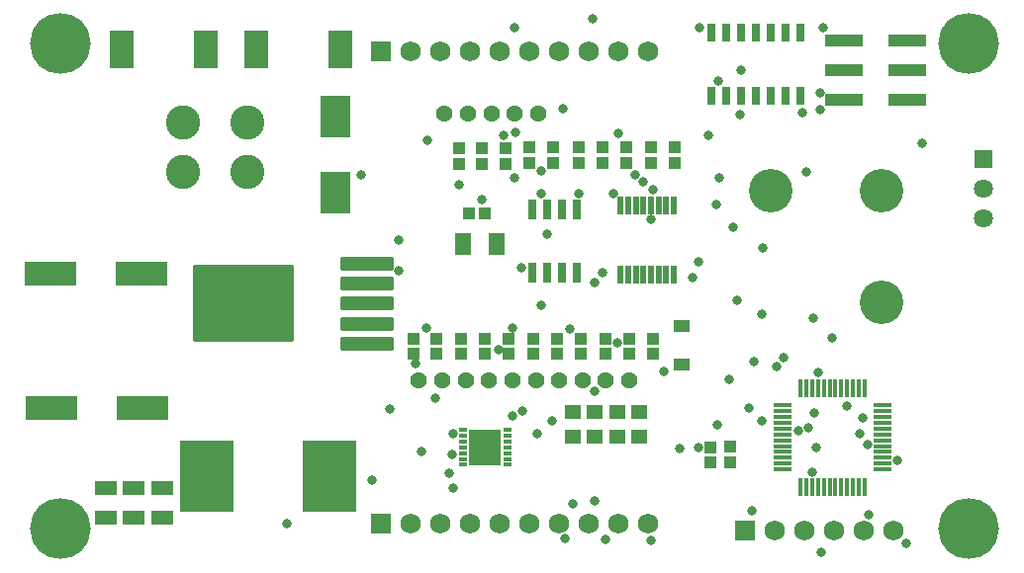
<source format=gts>
G04*
G04 #@! TF.GenerationSoftware,Altium Limited,Altium Designer,20.0.13 (296)*
G04*
G04 Layer_Color=8388736*
%FSLAX25Y25*%
%MOIN*%
G70*
G01*
G75*
%ADD41R,0.01681X0.06307*%
%ADD42R,0.06307X0.01681*%
%ADD43R,0.04043X0.04437*%
%ADD44R,0.05618X0.07587*%
%ADD45R,0.04240X0.03847*%
G04:AMPARAMS|DCode=46|XSize=258.94mil|YSize=339.65mil|CornerRadius=5.04mil|HoleSize=0mil|Usage=FLASHONLY|Rotation=270.000|XOffset=0mil|YOffset=0mil|HoleType=Round|Shape=RoundedRectangle|*
%AMROUNDEDRECTD46*
21,1,0.25894,0.32957,0,0,270.0*
21,1,0.24886,0.33965,0,0,270.0*
1,1,0.01008,-0.16478,-0.12443*
1,1,0.01008,-0.16478,0.12443*
1,1,0.01008,0.16478,0.12443*
1,1,0.01008,0.16478,-0.12443*
%
%ADD46ROUNDEDRECTD46*%
G04:AMPARAMS|DCode=47|XSize=46.34mil|YSize=180.2mil|CornerRadius=4.57mil|HoleSize=0mil|Usage=FLASHONLY|Rotation=270.000|XOffset=0mil|YOffset=0mil|HoleType=Round|Shape=RoundedRectangle|*
%AMROUNDEDRECTD47*
21,1,0.04634,0.17106,0,0,270.0*
21,1,0.03720,0.18020,0,0,270.0*
1,1,0.00913,-0.08553,-0.01860*
1,1,0.00913,-0.08553,0.01860*
1,1,0.00913,0.08553,0.01860*
1,1,0.00913,0.08553,-0.01860*
%
%ADD47ROUNDEDRECTD47*%
G04:AMPARAMS|DCode=48|XSize=123.11mil|YSize=107.36mil|CornerRadius=4.55mil|HoleSize=0mil|Usage=FLASHONLY|Rotation=90.000|XOffset=0mil|YOffset=0mil|HoleType=Round|Shape=RoundedRectangle|*
%AMROUNDEDRECTD48*
21,1,0.12311,0.09827,0,0,90.0*
21,1,0.11402,0.10736,0,0,90.0*
1,1,0.00909,0.04913,0.05701*
1,1,0.00909,0.04913,-0.05701*
1,1,0.00909,-0.04913,-0.05701*
1,1,0.00909,-0.04913,0.05701*
%
%ADD48ROUNDEDRECTD48*%
G04:AMPARAMS|DCode=49|XSize=14.84mil|YSize=28.62mil|CornerRadius=4.47mil|HoleSize=0mil|Usage=FLASHONLY|Rotation=90.000|XOffset=0mil|YOffset=0mil|HoleType=Round|Shape=RoundedRectangle|*
%AMROUNDEDRECTD49*
21,1,0.01484,0.01968,0,0,90.0*
21,1,0.00591,0.02862,0,0,90.0*
1,1,0.00894,0.00984,0.00295*
1,1,0.00894,0.00984,-0.00295*
1,1,0.00894,-0.00984,-0.00295*
1,1,0.00894,-0.00984,0.00295*
%
%ADD49ROUNDEDRECTD49*%
%ADD50R,0.05224X0.04831*%
%ADD51R,0.08374X0.12508*%
%ADD52R,0.18217X0.24122*%
%ADD53R,0.10343X0.14279*%
%ADD54R,0.17823X0.07980*%
%ADD55R,0.07193X0.04831*%
%ADD56R,0.12705X0.04437*%
G04:AMPARAMS|DCode=57|XSize=28.62mil|YSize=62.09mil|CornerRadius=4.51mil|HoleSize=0mil|Usage=FLASHONLY|Rotation=180.000|XOffset=0mil|YOffset=0mil|HoleType=Round|Shape=RoundedRectangle|*
%AMROUNDEDRECTD57*
21,1,0.02862,0.05307,0,0,180.0*
21,1,0.01961,0.06209,0,0,180.0*
1,1,0.00902,-0.00980,0.02653*
1,1,0.00902,0.00980,0.02653*
1,1,0.00902,0.00980,-0.02653*
1,1,0.00902,-0.00980,-0.02653*
%
%ADD57ROUNDEDRECTD57*%
%ADD58R,0.04437X0.04043*%
%ADD59R,0.03059X0.06504*%
%ADD60R,0.05299X0.04098*%
%ADD61R,0.02272X0.06307*%
%ADD62C,0.05618*%
%ADD63C,0.06799*%
%ADD64R,0.06799X0.06799*%
%ADD65C,0.14673*%
%ADD66C,0.20500*%
%ADD67C,0.11524*%
%ADD68R,0.06406X0.06406*%
%ADD69C,0.06406*%
%ADD70C,0.03256*%
D41*
X275099Y73181D02*
D03*
X277067D02*
D03*
X279036D02*
D03*
X281004D02*
D03*
X282973D02*
D03*
X284941D02*
D03*
X286910D02*
D03*
X288878D02*
D03*
X290847D02*
D03*
X292815D02*
D03*
X294784D02*
D03*
X296752D02*
D03*
Y39811D02*
D03*
X294784D02*
D03*
X292815D02*
D03*
X290847D02*
D03*
X288878D02*
D03*
X286910D02*
D03*
X284941D02*
D03*
X282973D02*
D03*
X281004D02*
D03*
X279036D02*
D03*
X277067D02*
D03*
X275099D02*
D03*
D42*
X302610Y67323D02*
D03*
Y65354D02*
D03*
Y63386D02*
D03*
Y61417D02*
D03*
Y59449D02*
D03*
Y57480D02*
D03*
Y55512D02*
D03*
Y53543D02*
D03*
Y51575D02*
D03*
Y49606D02*
D03*
Y47638D02*
D03*
Y45669D02*
D03*
X269240D02*
D03*
Y47638D02*
D03*
Y49606D02*
D03*
Y51575D02*
D03*
Y53543D02*
D03*
Y55512D02*
D03*
Y57480D02*
D03*
Y59449D02*
D03*
Y61417D02*
D03*
Y63386D02*
D03*
Y65354D02*
D03*
Y67323D02*
D03*
D43*
X168602Y132087D02*
D03*
X163287D02*
D03*
D44*
X161417Y121850D02*
D03*
X172835D02*
D03*
D45*
X251575Y53346D02*
D03*
Y48228D02*
D03*
X244685Y53150D02*
D03*
Y48032D02*
D03*
X152264Y89862D02*
D03*
Y84744D02*
D03*
X144783Y89862D02*
D03*
Y84744D02*
D03*
X176850Y89850D02*
D03*
Y84732D02*
D03*
X168748Y89850D02*
D03*
Y84732D02*
D03*
X160646Y89850D02*
D03*
Y84732D02*
D03*
X184953Y89850D02*
D03*
Y84732D02*
D03*
X193055Y89850D02*
D03*
Y84732D02*
D03*
X201157Y89850D02*
D03*
Y84732D02*
D03*
X225464Y89850D02*
D03*
Y84732D02*
D03*
X217362Y89850D02*
D03*
Y84732D02*
D03*
X209260Y89850D02*
D03*
Y84732D02*
D03*
D46*
X87402Y101575D02*
D03*
D47*
X128937Y114961D02*
D03*
Y108268D02*
D03*
Y101575D02*
D03*
Y94882D02*
D03*
Y88189D02*
D03*
D48*
X168898Y53150D02*
D03*
D49*
X176378Y47244D02*
D03*
Y49213D02*
D03*
Y51181D02*
D03*
Y53150D02*
D03*
Y55118D02*
D03*
Y57087D02*
D03*
Y59055D02*
D03*
X161417Y47244D02*
D03*
Y49213D02*
D03*
Y51181D02*
D03*
Y53150D02*
D03*
Y55118D02*
D03*
Y57087D02*
D03*
Y59055D02*
D03*
D50*
X198425Y65158D02*
D03*
Y56890D02*
D03*
X205807D02*
D03*
Y65158D02*
D03*
X220768D02*
D03*
Y56890D02*
D03*
X213287Y65158D02*
D03*
Y56890D02*
D03*
D51*
X91732Y187402D02*
D03*
X120079D02*
D03*
X74803D02*
D03*
X46457D02*
D03*
D52*
X116535Y43307D02*
D03*
X75197D02*
D03*
D53*
X118504Y139173D02*
D03*
Y164764D02*
D03*
D54*
X22835Y66535D02*
D03*
X53346D02*
D03*
X22539Y111811D02*
D03*
X53051D02*
D03*
D55*
X59953Y29293D02*
D03*
Y39529D02*
D03*
X50460Y29293D02*
D03*
Y39529D02*
D03*
X40967Y29293D02*
D03*
Y39529D02*
D03*
D56*
X289764Y190315D02*
D03*
X311023D02*
D03*
X289764Y180315D02*
D03*
Y170315D02*
D03*
X311023Y180315D02*
D03*
Y170315D02*
D03*
D57*
X245039Y171752D02*
D03*
X250039D02*
D03*
X255039D02*
D03*
X260039D02*
D03*
X265039D02*
D03*
X270039D02*
D03*
X275039D02*
D03*
X245039Y193209D02*
D03*
X250039D02*
D03*
X255039D02*
D03*
X260039D02*
D03*
X265039D02*
D03*
X270039D02*
D03*
X275039D02*
D03*
D58*
X175736Y148787D02*
D03*
Y154102D02*
D03*
X167634Y148787D02*
D03*
Y154102D02*
D03*
X160039Y154036D02*
D03*
Y148721D02*
D03*
X191776Y154496D02*
D03*
Y149181D02*
D03*
X183673D02*
D03*
Y154496D02*
D03*
X208402Y149114D02*
D03*
Y154429D02*
D03*
X200299Y149114D02*
D03*
Y154429D02*
D03*
X216504Y149114D02*
D03*
Y154429D02*
D03*
X232709Y149114D02*
D03*
Y154429D02*
D03*
X224606Y149114D02*
D03*
Y154429D02*
D03*
D59*
X184823Y133315D02*
D03*
X189823D02*
D03*
X194823D02*
D03*
X199823D02*
D03*
Y111961D02*
D03*
X194823D02*
D03*
X189823D02*
D03*
X184823D02*
D03*
D60*
X234941Y81050D02*
D03*
Y93950D02*
D03*
D61*
X214468Y111465D02*
D03*
X217028D02*
D03*
X219587D02*
D03*
X222146D02*
D03*
X224705D02*
D03*
X227264D02*
D03*
X229823D02*
D03*
X232382D02*
D03*
Y134598D02*
D03*
X229823D02*
D03*
X227264D02*
D03*
X224705D02*
D03*
X222146D02*
D03*
X219587D02*
D03*
X217028D02*
D03*
X214468D02*
D03*
D62*
X186713Y165650D02*
D03*
X178839D02*
D03*
X170965D02*
D03*
X163091D02*
D03*
X155216D02*
D03*
X146555Y75886D02*
D03*
X154429D02*
D03*
X162303D02*
D03*
X170177D02*
D03*
X178051D02*
D03*
X185925D02*
D03*
X193799D02*
D03*
X201673D02*
D03*
X209547D02*
D03*
X217421D02*
D03*
D63*
X203740Y27559D02*
D03*
X193740D02*
D03*
X173740D02*
D03*
X153740D02*
D03*
X143740D02*
D03*
X163740D02*
D03*
X183740D02*
D03*
X213740D02*
D03*
X223740D02*
D03*
X286398Y25000D02*
D03*
X266398D02*
D03*
X276398D02*
D03*
X296398D02*
D03*
X306398D02*
D03*
X223740Y186614D02*
D03*
X213740D02*
D03*
X183740D02*
D03*
X163740D02*
D03*
X143740D02*
D03*
X153740D02*
D03*
X173740D02*
D03*
X193740D02*
D03*
X203740D02*
D03*
D64*
X133740Y27559D02*
D03*
X256398Y25000D02*
D03*
X133740Y186614D02*
D03*
D65*
X302559Y101968D02*
D03*
Y139567D02*
D03*
X264961D02*
D03*
D66*
X331890Y189370D02*
D03*
Y25591D02*
D03*
X25591Y189370D02*
D03*
Y25591D02*
D03*
D67*
X88583Y162598D02*
D03*
Y146063D02*
D03*
X66929Y162598D02*
D03*
Y146063D02*
D03*
D68*
X336614Y150551D02*
D03*
D69*
Y140551D02*
D03*
Y130551D02*
D03*
D70*
X156838Y44438D02*
D03*
X205807Y35100D02*
D03*
X152000Y69700D02*
D03*
X197300Y93050D02*
D03*
X187900Y138800D02*
D03*
Y146551D02*
D03*
X130600Y42000D02*
D03*
X136614Y65945D02*
D03*
X247400Y176800D02*
D03*
X253800Y102800D02*
D03*
X213740Y159160D02*
D03*
X316100Y155800D02*
D03*
X238600Y110500D02*
D03*
X195700Y22300D02*
D03*
X209300Y21959D02*
D03*
X298200Y30300D02*
D03*
X277900Y59800D02*
D03*
X147300Y51600D02*
D03*
X224900Y21700D02*
D03*
X234300Y52600D02*
D03*
X274300Y58700D02*
D03*
X282164Y17736D02*
D03*
X262000Y98000D02*
D03*
Y62100D02*
D03*
X191275D02*
D03*
X290847Y67203D02*
D03*
X208500Y111900D02*
D03*
X200299Y138801D02*
D03*
X205700Y108700D02*
D03*
X195100Y167259D02*
D03*
X205100Y197800D02*
D03*
X282900Y194600D02*
D03*
X241000Y194800D02*
D03*
X178800D02*
D03*
X175200Y158388D02*
D03*
X181200Y113700D02*
D03*
X179200Y159300D02*
D03*
X189823Y125077D02*
D03*
X205807Y72200D02*
D03*
X149100Y93300D02*
D03*
X173300Y86200D02*
D03*
X229000Y78600D02*
D03*
X181255Y65455D02*
D03*
X257900Y66400D02*
D03*
X178100Y63700D02*
D03*
X255039Y180300D02*
D03*
X254700Y165300D02*
D03*
X251100Y76000D02*
D03*
X178200Y93300D02*
D03*
X269400Y83500D02*
D03*
X213400Y88500D02*
D03*
X158182Y39428D02*
D03*
X280328Y52977D02*
D03*
X157600Y50700D02*
D03*
X279644Y64775D02*
D03*
X187900Y100900D02*
D03*
X262500Y120300D02*
D03*
X275900Y166100D02*
D03*
X258900Y31700D02*
D03*
X295946Y62900D02*
D03*
X295100Y57600D02*
D03*
X281600Y172600D02*
D03*
X186300Y57700D02*
D03*
X247200Y60600D02*
D03*
X247700Y144200D02*
D03*
X246600Y134900D02*
D03*
X198300Y34000D02*
D03*
X158100Y57800D02*
D03*
X240850Y53150D02*
D03*
X224700Y129900D02*
D03*
X212000Y138700D02*
D03*
X297700Y54000D02*
D03*
X102141Y27559D02*
D03*
X307700Y48600D02*
D03*
X127200Y145000D02*
D03*
X178700Y143900D02*
D03*
X222100Y142600D02*
D03*
X281600Y167000D02*
D03*
X244200Y158400D02*
D03*
X240900Y115800D02*
D03*
X252300Y127400D02*
D03*
X139900Y123228D02*
D03*
X267200Y80300D02*
D03*
X145400Y81300D02*
D03*
X277067Y146133D02*
D03*
X279100Y44800D02*
D03*
X310600Y20700D02*
D03*
X281100Y78300D02*
D03*
X285800Y90157D02*
D03*
X279500Y96894D02*
D03*
X167600Y136600D02*
D03*
X160039Y141600D02*
D03*
X149500Y156890D02*
D03*
X139900Y112800D02*
D03*
X225346Y140100D02*
D03*
X219466Y145087D02*
D03*
X259500Y82200D02*
D03*
M02*

</source>
